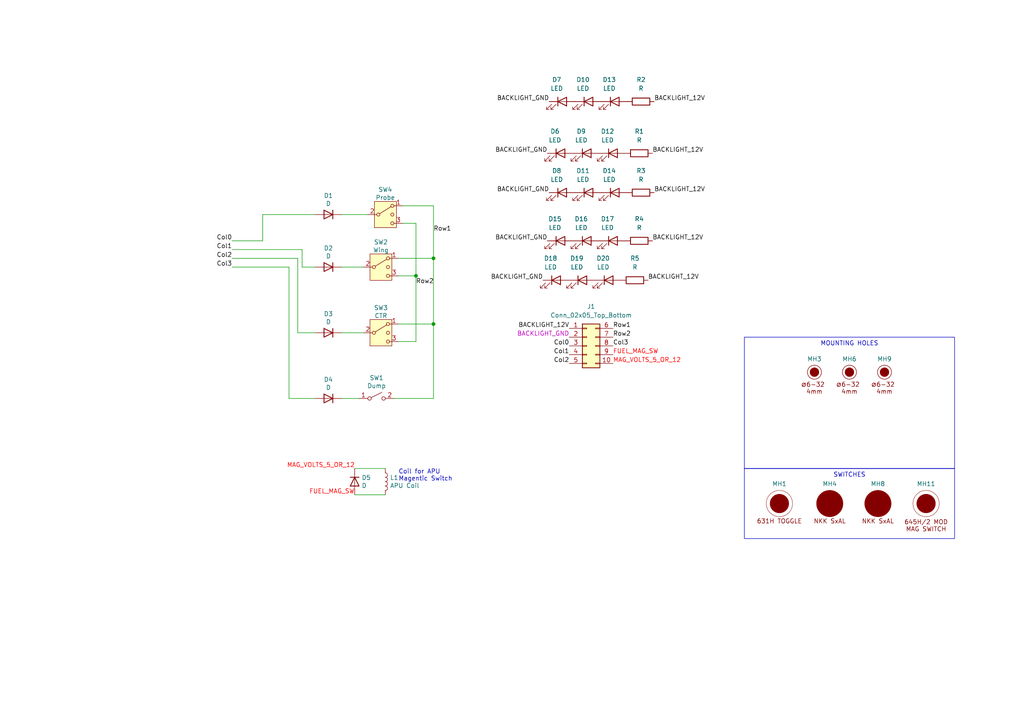
<source format=kicad_sch>
(kicad_sch (version 20231120) (generator "eeschema") (generator_version "8.0")
  (paper "A4")
  (lib_symbols
    (symbol "Connector_Generic:Conn_02x05_Top_Bottom" (pin_names (offset 1.016) hide)
      (property "Reference" "J" (at 1.27 7.62 0))
      (property "Value" "Conn_02x05_Top_Bottom" (at 1.27 -7.62 0))
      (symbol "Conn_02x05_Top_Bottom_1_1"
        (rectangle (start -1.27 -4.953) (end 0 -5.207) (stroke (width 0.1524)))
        (rectangle (start -1.27 -2.413) (end 0 -2.667) (stroke (width 0.1524)))
        (rectangle (start -1.27 0.127) (end 0 -0.127) (stroke (width 0.1524)))
        (rectangle (start -1.27 2.667) (end 0 2.413) (stroke (width 0.1524)))
        (rectangle (start -1.27 5.207) (end 0 4.953) (stroke (width 0.1524)))
        (rectangle (start -1.27 6.35) (end 3.81 -6.35) (stroke (width 0.254)) (fill (type background)))
        (rectangle (start 3.81 -4.953) (end 2.54 -5.207) (stroke (width 0.1524)))
        (rectangle (start 3.81 -2.413) (end 2.54 -2.667) (stroke (width 0.1524)))
        (rectangle (start 3.81 0.127) (end 2.54 -0.127) (stroke (width 0.1524)))
        (rectangle (start 3.81 2.667) (end 2.54 2.413) (stroke (width 0.1524)))
        (rectangle (start 3.81 5.207) (end 2.54 4.953) (stroke (width 0.1524)))
        (pin passive line (at -5.08 5.08 0) (length 3.81) (name "Pin_1") (number "1"))
        (pin passive line (at 7.62 -5.08 180) (length 3.81) (name "Pin_10") (number "10"))
        (pin passive line (at -5.08 2.54 0) (length 3.81) (name "Pin_2") (number "2"))
        (pin passive line (at -5.08 0 0) (length 3.81) (name "Pin_3") (number "3"))
        (pin passive line (at -5.08 -2.54 0) (length 3.81) (name "Pin_4") (number "4"))
        (pin passive line (at -5.08 -5.08 0) (length 3.81) (name "Pin_5") (number "5"))
        (pin passive line (at 7.62 5.08 180) (length 3.81) (name "Pin_6") (number "6"))
        (pin passive line (at 7.62 2.54 180) (length 3.81) (name "Pin_7") (number "7"))
        (pin passive line (at 7.62 0 180) (length 3.81) (name "Pin_8") (number "8"))
        (pin passive line (at 7.62 -2.54 180) (length 3.81) (name "Pin_9") (number "9"))
      )
    )
    (symbol "Device:D" (pin_numbers hide) (pin_names (offset 1.016) hide)
      (property "Reference" "D" (at 0 2.54 0))
      (property "Value" "D" (at 0 -2.54 0))
      (symbol "D_0_1"
        (polyline (pts (xy -1.27 1.27) (xy -1.27 -1.27)) (stroke (width 0.254)))
        (polyline (pts (xy 1.27 0) (xy -1.27 0)))
        (polyline (pts (xy 1.27 1.27) (xy 1.27 -1.27) (xy -1.27 0) (xy 1.27 1.27)) (stroke (width 0.254)))
      )
      (symbol "D_1_1"
        (pin passive line (at -3.81 0 0) (length 2.54) (name "K") (number "1"))
        (pin passive line (at 3.81 0 180) (length 2.54) (name "A") (number "2"))
      )
    )
    (symbol "Device:L" (pin_numbers hide) (pin_names (offset 1.016) hide)
      (property "Reference" "L" (at -1.27 0 90))
      (property "Value" "L" (at 1.905 0 90))
      (symbol "L_0_1"
        (arc (start 0 -2.54) (mid 0.6323 -1.905) (end 0 -1.27))
        (arc (start 0 -1.27) (mid 0.6323 -0.635) (end 0 0))
        (arc (start 0 0) (mid 0.6323 0.635) (end 0 1.27))
        (arc (start 0 1.27) (mid 0.6323 1.905) (end 0 2.54))
      )
      (symbol "L_1_1"
        (pin passive line (at 0 3.81 270) (length 1.27) (name "1") (number "1"))
        (pin passive line (at 0 -3.81 90) (length 1.27) (name "2") (number "2"))
      )
    )
    (symbol "Device:LED" (pin_numbers hide) (pin_names (offset 1.016) hide)
      (property "Reference" "D" (at 0 2.54 0))
      (property "Value" "LED" (at 0 -2.54 0))
      (symbol "LED_0_1"
        (polyline (pts (xy -1.27 -1.27) (xy -1.27 1.27)) (stroke (width 0.254)))
        (polyline (pts (xy -1.27 0) (xy 1.27 0)))
        (polyline (pts (xy 1.27 -1.27) (xy 1.27 1.27) (xy -1.27 0) (xy 1.27 -1.27)) (stroke (width 0.254)))
        (polyline (pts (xy -3.048 -0.762) (xy -4.572 -2.286) (xy -3.81 -2.286) (xy -4.572 -2.286) (xy -4.572 -1.524)))
        (polyline (pts (xy -1.778 -0.762) (xy -3.302 -2.286) (xy -2.54 -2.286) (xy -3.302 -2.286) (xy -3.302 -1.524)))
      )
      (symbol "LED_1_1"
        (pin passive line (at -3.81 0 0) (length 2.54) (name "K") (number "1"))
        (pin passive line (at 3.81 0 180) (length 2.54) (name "A") (number "2"))
      )
    )
    (symbol "Device:R" (pin_numbers hide) (pin_names (offset 0))
      (property "Reference" "R" (at 2.032 0 90))
      (property "Value" "R" (at 0 0 90))
      (symbol "R_0_1"
        (rectangle (start -1.016 -2.54) (end 1.016 2.54) (stroke (width 0.254)))
      )
      (symbol "R_1_1"
        (pin passive line (at 0 3.81 270) (length 1.27) (name "~") (number "1"))
        (pin passive line (at 0 -3.81 90) (length 1.27) (name "~") (number "2"))
      )
    )
    (symbol "Diode:1N4001" (pin_numbers hide) (pin_names (offset 1.016) hide)
      (property "Reference" "D" (at 0 2.54 0))
      (property "Value" "1N4001" (at 0 -2.54 0))
      (symbol "1N4001_0_1"
        (polyline (pts (xy -1.27 1.27) (xy -1.27 -1.27)) (stroke (width 0.254)))
        (polyline (pts (xy 1.27 0) (xy -1.27 0)))
        (polyline (pts (xy 1.27 1.27) (xy 1.27 -1.27) (xy -1.27 0) (xy 1.27 1.27)) (stroke (width 0.254)))
      )
      (symbol "1N4001_1_1"
        (pin passive line (at -3.81 0 0) (length 2.54) (name "K") (number "1"))
        (pin passive line (at 3.81 0 180) (length 2.54) (name "A") (number "2"))
      )
    )
    (symbol "MountingHole_631H_Toggle_1" (pin_names (offset 1.016)) (in_bom no)
      (property "Reference" "MH12" (at 0 5.715 0))
      (symbol "MountingHole_631H_Toggle_1_1_1"
        (circle (center 0 0) (radius 2.6941) (fill (type outline)))
        (circle (center 0 0) (radius 3.81) (stroke (width 0.1)))
        (text "645H/2 MOD\nMAG SWITCH" (at 0 -6.35 0) (effects (font (size 1.27 1.27))))
      )
    )
    (symbol "OH_Symbols:MountingHole_631H_Toggle" (pin_names (offset 1.016)) (in_bom no)
      (property "Reference" "MH" (at 0 5.715 0))
      (symbol "MountingHole_631H_Toggle_1_1"
        (circle (center 0 0) (radius 2.6941) (fill (type outline)))
        (circle (center 0 0) (radius 3.81) (stroke (width 0.1)))
        (text "631H TOGGLE" (at 0 -5.08 0) (effects (font (size 1.27 1.27))))
      )
    )
    (symbol "OH_Symbols:MountingHole_6x32_PHS" (pin_numbers hide) (pin_names (offset 0) hide) (in_bom no)
      (property "Reference" "MH" (at 0 3.81 0))
      (symbol "MountingHole_6x32_PHS_0_0"
        (circle (center 0 0) (radius 1.27) (fill (type outline)))
        (circle (center 0 0) (radius 2.032))
      )
      (symbol "MountingHole_6x32_PHS_1_1"
        (text "⌀6-32 \n4mm" (at 0 -4.572 0) (effects (font (size 1.27 1.27))))
      )
    )
    (symbol "OH_Symbols:MountingHole_SxAL_Toggle" (pin_names (offset 1.016)) (in_bom no)
      (property "Reference" "MH" (at 0 5.715 0))
      (symbol "MountingHole_SxAL_Toggle_1_1"
        (circle (center 0 0) (radius 3.8185) (fill (type outline)))
        (text "NKK SxAL" (at 0 -5.08 0) (effects (font (size 1.27 1.27))))
      )
    )
    (symbol "Switch:SW_SPDT_MSM" (pin_names (offset 0) hide)
      (property "Reference" "SW" (at 0 5.08 0))
      (property "Value" "SW_SPDT_MSM" (at 0 -5.08 0))
      (symbol "SW_SPDT_MSM_0_1"
        (circle (center -2.032 0) (radius 0.4572))
        (polyline (pts (xy -1.651 0.254) (xy 1.651 2.286)))
        (circle (center 2.032 -2.54) (radius 0.4572))
        (circle (center 2.032 0) (radius 0.4572))
        (circle (center 2.032 2.54) (radius 0.4572))
      )
      (symbol "SW_SPDT_MSM_1_1"
        (rectangle (start -3.175 3.81) (end 3.175 -3.81) (fill (type background)))
        (pin passive line (at 5.08 2.54 180) (length 2.54) (name "1") (number "1"))
        (pin passive line (at -5.08 0 0) (length 2.54) (name "3") (number "2"))
        (pin passive line (at 5.08 -2.54 180) (length 2.54) (name "4") (number "3"))
      )
    )
    (symbol "Switch:SW_SPST" (pin_names (offset 0) hide)
      (property "Reference" "SW" (at 0 3.175 0))
      (property "Value" "SW_SPST" (at 0 -2.54 0))
      (symbol "SW_SPST_0_0"
        (circle (center -2.032 0) (radius 0.508))
        (polyline (pts (xy -1.524 0.254) (xy 1.524 1.778)))
        (circle (center 2.032 0) (radius 0.508))
      )
      (symbol "SW_SPST_1_1"
        (pin passive line (at -5.08 0 0) (length 2.54) (name "A") (number "1"))
        (pin passive line (at 5.08 0 180) (length 2.54) (name "B") (number "2"))
      )
    )
  )
  (junction (at 125.73 93.98))
  (junction (at 120.65 80.01))
  (junction (at 125.73 74.93))
  (wire (pts (xy 120.65 64.77) (xy 120.65 80.01)))
  (wire (pts (xy 67.31 74.93) (xy 86.36 74.93)))
  (wire (pts (xy 125.73 93.98) (xy 125.73 115.57)))
  (wire (pts (xy 87.63 77.47) (xy 91.44 77.47)))
  (wire (pts (xy 111.76 135.89) (xy 102.87 135.89)))
  (wire (pts (xy 111.76 143.51) (xy 102.87 143.51)))
  (wire (pts (xy 99.06 115.57) (xy 104.14 115.57)))
  (wire (pts (xy 67.31 72.39) (xy 87.63 72.39)))
  (wire (pts (xy 125.73 59.69) (xy 125.73 74.93)))
  (wire (pts (xy 125.73 115.57) (xy 114.3 115.57)))
  (wire (pts (xy 99.06 96.52) (xy 105.41 96.52)))
  (wire (pts (xy 83.82 77.47) (xy 83.82 115.57)))
  (wire (pts (xy 125.73 74.93) (xy 125.73 93.98)))
  (wire (pts (xy 67.31 77.47) (xy 83.82 77.47)))
  (wire (pts (xy 99.06 62.23) (xy 106.68 62.23)))
  (wire (pts (xy 76.2 69.85) (xy 76.2 62.23)))
  (wire (pts (xy 115.57 74.93) (xy 125.73 74.93)))
  (wire (pts (xy 86.36 74.93) (xy 86.36 96.52)))
  (wire (pts (xy 86.36 96.52) (xy 91.44 96.52)))
  (wire (pts (xy 120.65 99.06) (xy 115.57 99.06)))
  (wire (pts (xy 120.65 80.01) (xy 120.65 99.06)))
  (wire (pts (xy 115.57 93.98) (xy 125.73 93.98)))
  (wire (pts (xy 116.84 64.77) (xy 120.65 64.77)))
  (wire (pts (xy 99.06 77.47) (xy 105.41 77.47)))
  (wire (pts (xy 116.84 59.69) (xy 125.73 59.69)))
  (wire (pts (xy 87.63 72.39) (xy 87.63 77.47)))
  (wire (pts (xy 115.57 80.01) (xy 120.65 80.01)))
  (wire (pts (xy 67.31 69.85) (xy 76.2 69.85)))
  (wire (pts (xy 83.82 115.57) (xy 91.44 115.57)))
  (wire (pts (xy 76.2 62.23) (xy 91.44 62.23)))
  (text_box "MOUNTING HOLES" (at 215.9 97.79 0) (size 60.96 38.1) (effects (font (size 1.27 1.27)) (justify top)))
  (text_box "SWITCHES" (at 215.9 135.89 0) (size 60.96 20.32) (effects (font (size 1.27 1.27)) (justify top)))
  (text "Coil for APU\nMagentic Switch" (at 115.57 139.7 0) (effects (font (size 1.27 1.27)) (justify left bottom)))
  (label "FUEL_MAG_SW" (at 102.87 143.51 180))
  (label "BACKLIGHT_12V" (at 189.738 29.464 0))
  (label "MAG_VOLTS_5_OR_12" (at 102.936 135.89 180))
  (label "BACKLIGHT_GND" (at 157.48 81.28 180))
  (label "Col0" (at 165.1 100.33 180))
  (label "Col3" (at 67.31 77.47 180))
  (label "FUEL_MAG_SW" (at 177.8 102.87 0))
  (label "BACKLIGHT_GND" (at 159.258 55.88 180))
  (label "Row2" (at 120.65 82.55 0))
  (label "BACKLIGHT_GND" (at 158.75 69.85 180))
  (label "BACKLIGHT_12V" (at 189.738 55.88 0))
  (label "Col2" (at 165.1 105.41 180))
  (label "BACKLIGHT_12V" (at 189.23 44.45 0))
  (label "Col1" (at 165.1 102.87 180))
  (label "BACKLIGHT_12V" (at 189.23 69.85 0))
  (label "Col3" (at 177.8 100.33 0))
  (label "BACKLIGHT_GND" (at 159.258 29.464 180))
  (label "Col1" (at 67.31 72.39 180))
  (label "BACKLIGHT_GND" (at 165.1 97.79 180))
  (label "MAG_VOLTS_5_OR_12" (at 177.8 105.41 0))
  (label "BACKLIGHT_12V" (at 165.1 95.25 180))
  (label "Col2" (at 67.31 74.93 180))
  (label "BACKLIGHT_12V" (at 187.96 81.28 0))
  (label "Col0" (at 67.31 69.85 180))
  (label "Row1" (at 125.73 67.31 0))
  (label "Row2" (at 177.8 97.79 0))
  (label "Row1" (at 177.8 95.25 0))
  (label "BACKLIGHT_GND" (at 158.75 44.45 180))
  (symbol (lib_id "Device:LED") (at 170.688 29.464 0) (unit 1)
    (property "Reference" "D10" (at 169.1005 23.114 0))
    (property "Value" "LED" (at 169.1005 25.654 0))
    (property "Footprint" "LED_THT:LED_D3.0mm_FlatTop" (effects (hide yes)))
  )
  (symbol (lib_id "Device:LED") (at 177.8 69.85 0) (unit 1)
    (property "Reference" "D17" (at 176.2125 63.5 0))
    (property "Value" "LED" (at 176.2125 66.04 0))
    (property "Footprint" "LED_THT:LED_D3.0mm_FlatTop" (effects (hide yes)))
  )
  (symbol (lib_id "OH_Symbols:MountingHole_6x32_PHS") (at 236.22 107.95 0) (unit 1) (in_bom no)
    (property "Reference" "MH3" (at 236.22 104.14 0))
    (property "Value" "6x32 / 4mm" (effects (hide yes)))
    (property "Footprint" "OH_Footprints:MountingHole_6-32_PHS" (effects (hide yes)))
  )
  (symbol (lib_id "Device:LED") (at 176.53 81.28 0) (unit 1)
    (property "Reference" "D20" (at 174.9425 74.93 0))
    (property "Value" "LED" (at 174.9425 77.47 0))
    (property "Footprint" "LED_THT:LED_D3.0mm_FlatTop" (effects (hide yes)))
  )
  (symbol (lib_id "Device:LED") (at 177.8 44.45 0) (unit 1)
    (property "Reference" "D12" (at 176.2125 38.1 0))
    (property "Value" "LED" (at 176.2125 40.64 0))
    (property "Footprint" "LED_THT:LED_D3.0mm_FlatTop" (effects (hide yes)))
  )
  (symbol (lib_id "Device:LED") (at 163.068 29.464 0) (unit 1)
    (property "Reference" "D7" (at 161.4805 23.114 0))
    (property "Value" "LED" (at 161.4805 25.654 0))
    (property "Footprint" "LED_THT:LED_D3.0mm_FlatTop" (effects (hide yes)))
  )
  (symbol (lib_id "Device:D") (at 95.25 62.23 0) (mirror y) (unit 1)
    (property "Reference" "D1" (at 95.25 56.7436 0))
    (property "Value" "D" (at 95.25 59.055 0))
    (property "Footprint" "Library:D_A-405_P7.62mm_Horizontal-SIGNAL" (effects (hide yes)))
  )
  (symbol (lib_id "Diode:1N4001") (at 102.87 139.7 90) (mirror x) (unit 1)
    (property "Reference" "D5" (at 104.8766 138.5316 90) (effects (justify right)))
    (property "Value" "D" (at 104.8766 140.843 90) (effects (justify right)))
    (property "Footprint" "Diode_THT:D_DO-41_SOD81_P7.62mm_Horizontal" (effects (hide yes)))
    (property "Datasheet" "http://www.vishay.com/docs/88503/1n4001.pdf" (effects (hide yes)))
  )
  (symbol (lib_id "Device:LED") (at 170.688 55.88 0) (unit 1)
    (property "Reference" "D11" (at 169.1005 49.53 0))
    (property "Value" "LED" (at 169.1005 52.07 0))
    (property "Footprint" "LED_THT:LED_D3.0mm_FlatTop" (effects (hide yes)))
  )
  (symbol (lib_id "Device:LED") (at 178.308 55.88 0) (unit 1)
    (property "Reference" "D14" (at 176.7205 49.53 0))
    (property "Value" "LED" (at 176.7205 52.07 0))
    (property "Footprint" "LED_THT:LED_D3.0mm_FlatTop" (effects (hide yes)))
  )
  (symbol (lib_id "Device:D") (at 95.25 77.47 0) (mirror y) (unit 1)
    (property "Reference" "D2" (at 95.25 71.9836 0))
    (property "Value" "D" (at 95.25 74.295 0))
    (property "Footprint" "Library:D_A-405_P7.62mm_Horizontal-SIGNAL" (effects (hide yes)))
  )
  (symbol (lib_id "Switch:SW_SPDT_MSM") (at 111.76 62.23 0) (unit 1)
    (property "Reference" "SW4" (at 111.76 54.991 0))
    (property "Value" "Probe" (at 111.76 57.3024 0))
    (property "Footprint" "Connector_JST:JST_XH_B3B-XH-A_1x03_P2.50mm_Vertical" (effects (hide yes)))
  )
  (symbol (lib_id "Connector_Generic:Conn_02x05_Top_Bottom") (at 170.18 100.33 0) (unit 1)
    (property "Reference" "J1" (at 171.45 88.9 0))
    (property "Value" "Conn_02x05_Top_Bottom" (at 171.45 91.44 0))
    (property "Footprint" "Connector_IDC:IDC-Header_2x05_P2.54mm_Vertical" (effects (hide yes)))
    (property "Description" "Generic connector, double row, 02x05, top/bottom pin numbering scheme (row 1: 1...pins_per_row, row2: pins_per_row+1 ... num_pins), script generated (kicad-library-utils/schlib/autogen/connector/)" (effects (hide yes)))
  )
  (symbol (lib_id "Device:R") (at 185.928 55.88 90) (unit 1)
    (property "Reference" "R3" (at 185.928 49.53 90))
    (property "Value" "R" (at 185.928 52.07 90))
    (property "Footprint" "Resistor_THT:R_Axial_DIN0204_L3.6mm_D1.6mm_P7.62mm_Horizontal" (effects (hide yes)))
  )
  (symbol (lib_id "Device:LED") (at 162.56 44.45 0) (unit 1)
    (property "Reference" "D6" (at 160.9725 38.1 0))
    (property "Value" "LED" (at 160.9725 40.64 0))
    (property "Footprint" "LED_THT:LED_D3.0mm_FlatTop" (effects (hide yes)))
  )
  (symbol (lib_id "Device:LED") (at 162.56 69.85 0) (unit 1)
    (property "Reference" "D15" (at 160.9725 63.5 0))
    (property "Value" "LED" (at 160.9725 66.04 0))
    (property "Footprint" "LED_THT:LED_D3.0mm_FlatTop" (effects (hide yes)))
  )
  (symbol (lib_id "Device:D") (at 95.25 96.52 0) (mirror y) (unit 1)
    (property "Reference" "D3" (at 95.25 91.0336 0))
    (property "Value" "D" (at 95.25 93.345 0))
    (property "Footprint" "Library:D_A-405_P7.62mm_Horizontal-SIGNAL" (effects (hide yes)))
  )
  (symbol (lib_id "OH_Symbols:MountingHole_6x32_PHS") (at 256.54 107.95 0) (unit 1) (in_bom no)
    (property "Reference" "MH9" (at 256.54 104.14 0))
    (property "Value" "6x32 / 4mm" (effects (hide yes)))
    (property "Footprint" "OH_Footprints:MountingHole_6-32_PHS" (effects (hide yes)))
  )
  (symbol (lib_id "Device:D") (at 95.25 115.57 0) (mirror y) (unit 1)
    (property "Reference" "D4" (at 95.25 110.0836 0))
    (property "Value" "D" (at 95.25 112.395 0))
    (property "Footprint" "Library:D_A-405_P7.62mm_Horizontal-SIGNAL" (effects (hide yes)))
  )
  (symbol (lib_id "Device:LED") (at 163.068 55.88 0) (unit 1)
    (property "Reference" "D8" (at 161.4805 49.53 0))
    (property "Value" "LED" (at 161.4805 52.07 0))
    (property "Footprint" "LED_THT:LED_D3.0mm_FlatTop" (effects (hide yes)))
  )
  (symbol (lib_id "Device:R") (at 185.928 29.464 90) (unit 1)
    (property "Reference" "R2" (at 185.928 23.114 90))
    (property "Value" "R" (at 185.928 25.654 90))
    (property "Footprint" "Resistor_THT:R_Axial_DIN0204_L3.6mm_D1.6mm_P7.62mm_Horizontal" (effects (hide yes)))
  )
  (symbol (lib_id "Switch:SW_SPDT_MSM") (at 110.49 96.52 0) (unit 1)
    (property "Reference" "SW3" (at 110.49 89.281 0))
    (property "Value" "CTR" (at 110.49 91.5924 0))
    (property "Footprint" "Connector_JST:JST_XH_B3B-XH-A_1x03_P2.50mm_Vertical" (effects (hide yes)))
  )
  (symbol (lib_id "Device:LED") (at 170.18 69.85 0) (unit 1)
    (property "Reference" "D16" (at 168.5925 63.5 0))
    (property "Value" "LED" (at 168.5925 66.04 0))
    (property "Footprint" "LED_THT:LED_D3.0mm_FlatTop" (effects (hide yes)))
  )
  (symbol (lib_id "Device:R") (at 184.15 81.28 90) (unit 1)
    (property "Reference" "R5" (at 184.15 74.93 90))
    (property "Value" "R" (at 184.15 77.47 90))
    (property "Footprint" "Resistor_THT:R_Axial_DIN0204_L3.6mm_D1.6mm_P7.62mm_Horizontal" (effects (hide yes)))
  )
  (symbol (lib_id "Device:L") (at 111.76 139.7 0) (unit 1)
    (property "Reference" "L1" (at 113.1062 138.5316 0) (effects (justify left)))
    (property "Value" "APU Coil" (at 113.1062 140.843 0) (effects (justify left)))
    (property "Footprint" "Connector_JST:JST_XH_B2B-XH-A_1x02_P2.50mm_Vertical" (effects (hide yes)))
  )
  (symbol (lib_id "Device:LED") (at 168.91 81.28 0) (unit 1)
    (property "Reference" "D19" (at 167.3225 74.93 0))
    (property "Value" "LED" (at 167.3225 77.47 0))
    (property "Footprint" "LED_THT:LED_D3.0mm_FlatTop" (effects (hide yes)))
  )
  (symbol (lib_id "OH_Symbols:MountingHole_SxAL_Toggle") (at 254.635 146.05 0) (unit 1) (in_bom no)
    (property "Reference" "MH8" (at 254.635 140.335 0))
    (property "Value" "Switch_NKK SxAL" (effects (hide yes)))
    (property "Footprint" "OH_Footprints:SxAL_Toggle_13x13mm" (effects (hide yes)))
    (property "Datasheet" "https://www.mouser.com/datasheet/2/295/stogglesmedcap-1663420.pdf" (effects (hide yes)))
    (property "Manufacturer PN" "SxAL" (effects (hide yes)))
  )
  (symbol (lib_id "Device:LED") (at 161.29 81.28 0) (unit 1)
    (property "Reference" "D18" (at 159.7025 74.93 0))
    (property "Value" "LED" (at 159.7025 77.47 0))
    (property "Footprint" "LED_THT:LED_D3.0mm_FlatTop" (effects (hide yes)))
  )
  (symbol (lib_id "Switch:SW_SPST") (at 109.22 115.57 0) (unit 1)
    (property "Reference" "SW1" (at 109.22 109.601 0))
    (property "Value" "Dump" (at 109.22 111.9124 0))
    (property "Footprint" "Connector_JST:JST_XH_B2B-XH-A_1x02_P2.50mm_Vertical" (effects (hide yes)))
  )
  (symbol (lib_id "Device:R") (at 185.42 44.45 90) (unit 1)
    (property "Reference" "R1" (at 185.42 38.1 90))
    (property "Value" "R" (at 185.42 40.64 90))
    (property "Footprint" "Resistor_THT:R_Axial_DIN0204_L3.6mm_D1.6mm_P7.62mm_Horizontal" (effects (hide yes)))
  )
  (symbol (lib_id "Device:LED") (at 178.308 29.464 0) (unit 1)
    (property "Reference" "D13" (at 176.7205 23.114 0))
    (property "Value" "LED" (at 176.7205 25.654 0))
    (property "Footprint" "LED_THT:LED_D3.0mm_FlatTop" (effects (hide yes)))
  )
  (symbol (lib_id "OH_Symbols:MountingHole_SxAL_Toggle") (at 240.665 146.05 0) (unit 1) (in_bom no)
    (property "Reference" "MH4" (at 240.665 140.335 0))
    (property "Value" "Switch_NKK SxAL" (effects (hide yes)))
    (property "Footprint" "OH_Footprints:SxAL_Toggle_13x13mm" (effects (hide yes)))
    (property "Datasheet" "https://www.mouser.com/datasheet/2/295/stogglesmedcap-1663420.pdf" (effects (hide yes)))
    (property "Manufacturer PN" "SxAL" (effects (hide yes)))
  )
  (symbol (lib_id "OH_Symbols:MountingHole_6x32_PHS") (at 246.38 107.95 0) (unit 1) (in_bom no)
    (property "Reference" "MH6" (at 246.38 104.14 0))
    (property "Value" "6x32 / 4mm" (effects (hide yes)))
    (property "Footprint" "OH_Footprints:MountingHole_6-32_PHS" (effects (hide yes)))
  )
  (symbol (lib_id "Device:LED") (at 170.18 44.45 0) (unit 1)
    (property "Reference" "D9" (at 168.5925 38.1 0))
    (property "Value" "LED" (at 168.5925 40.64 0))
    (property "Footprint" "LED_THT:LED_D3.0mm_FlatTop" (effects (hide yes)))
  )
  (symbol (lib_id "Switch:SW_SPDT_MSM") (at 110.49 77.47 0) (unit 1)
    (property "Reference" "SW2" (at 110.49 70.231 0))
    (property "Value" "Wing" (at 110.49 72.5424 0))
    (property "Footprint" "Connector_JST:JST_XH_B3B-XH-A_1x03_P2.50mm_Vertical" (effects (hide yes)))
  )
  (symbol (lib_name "MountingHole_631H_Toggle_1") (lib_id "OH_Symbols:MountingHole_631H_Toggle") (at 268.605 146.05 0) (unit 1) (in_bom no)
    (property "Reference" "MH11" (at 268.605 140.335 0))
    (property "Value" "Switch_631H" (effects (hide yes)))
    (property "Footprint" "OH_Footprints:631HX_Toggle_13mm_x_13mm" (effects (hide yes)))
    (property "Datasheet" "https://media.digikey.com/pdf/Data%20Sheets/APEM%20Components%20PDFs/toggle-switches-serie-600H-600NH.pdf" (effects (hide yes)))
    (property "Manufacturer PN" "631H" (effects (hide yes)))
  )
  (symbol (lib_id "OH_Symbols:MountingHole_631H_Toggle") (at 226.06 146.05 0) (unit 1) (in_bom no)
    (property "Reference" "MH1" (at 226.06 140.335 0))
    (property "Value" "Switch_631H" (effects (hide yes)))
    (property "Footprint" "OH_Footprints:631HX_Toggle_13mm_x_13mm" (effects (hide yes)))
    (property "Datasheet" "https://media.digikey.com/pdf/Data%20Sheets/APEM%20Components%20PDFs/toggle-switches-serie-600H-600NH.pdf" (effects (hide yes)))
    (property "Manufacturer PN" "631H" (effects (hide yes)))
  )
  (symbol (lib_id "Device:R") (at 185.42 69.85 90) (unit 1)
    (property "Reference" "R4" (at 185.42 63.5 90))
    (property "Value" "R" (at 185.42 66.04 90))
    (property "Footprint" "Resistor_THT:R_Axial_DIN0204_L3.6mm_D1.6mm_P7.62mm_Horizontal" (effects (hide yes)))
  )
)
</source>
